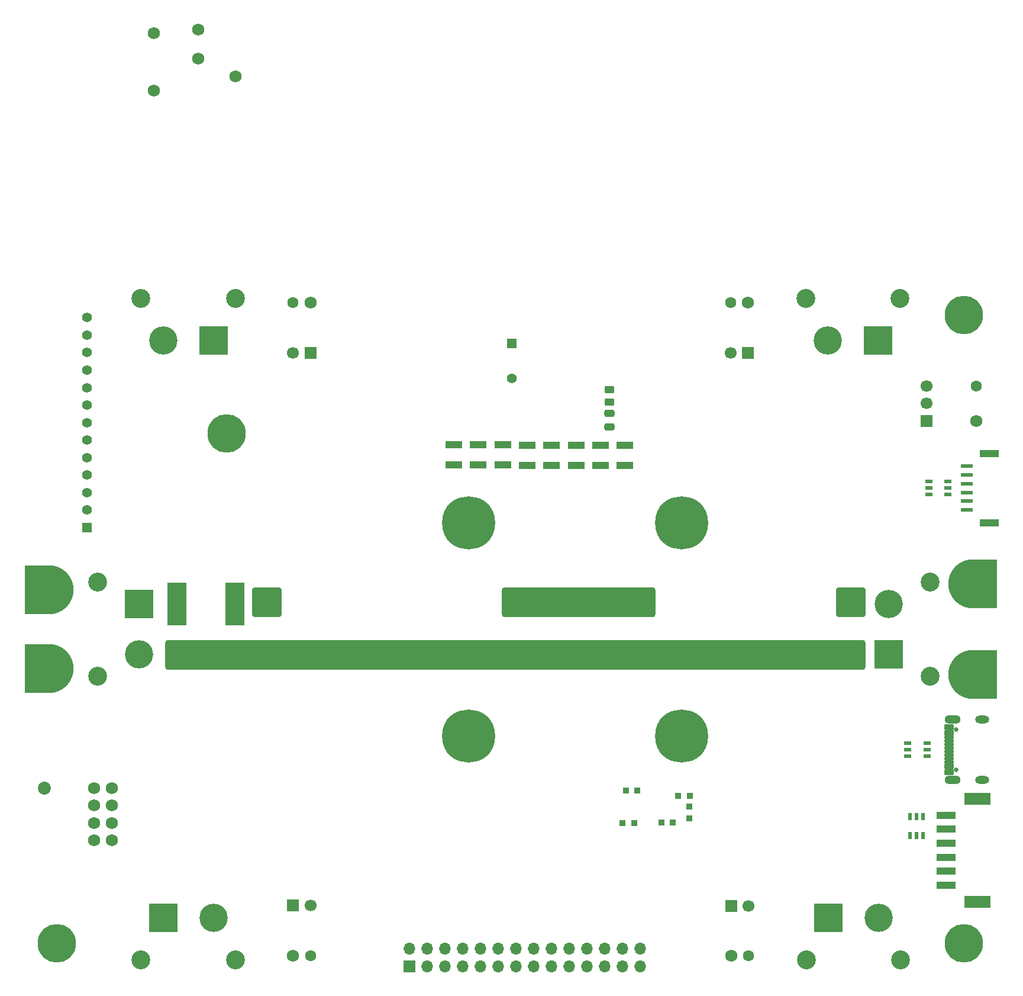
<source format=gbr>
%TF.GenerationSoftware,KiCad,Pcbnew,7.0.10*%
%TF.CreationDate,2025-04-22T22:54:08-04:00*%
%TF.ProjectId,bms-board,626d732d-626f-4617-9264-2e6b69636164,rev?*%
%TF.SameCoordinates,Original*%
%TF.FileFunction,Soldermask,Bot*%
%TF.FilePolarity,Negative*%
%FSLAX46Y46*%
G04 Gerber Fmt 4.6, Leading zero omitted, Abs format (unit mm)*
G04 Created by KiCad (PCBNEW 7.0.10) date 2025-04-22 22:54:08*
%MOMM*%
%LPD*%
G01*
G04 APERTURE LIST*
G04 Aperture macros list*
%AMRoundRect*
0 Rectangle with rounded corners*
0 $1 Rounding radius*
0 $2 $3 $4 $5 $6 $7 $8 $9 X,Y pos of 4 corners*
0 Add a 4 corners polygon primitive as box body*
4,1,4,$2,$3,$4,$5,$6,$7,$8,$9,$2,$3,0*
0 Add four circle primitives for the rounded corners*
1,1,$1+$1,$2,$3*
1,1,$1+$1,$4,$5*
1,1,$1+$1,$6,$7*
1,1,$1+$1,$8,$9*
0 Add four rect primitives between the rounded corners*
20,1,$1+$1,$2,$3,$4,$5,0*
20,1,$1+$1,$4,$5,$6,$7,0*
20,1,$1+$1,$6,$7,$8,$9,0*
20,1,$1+$1,$8,$9,$2,$3,0*%
%AMFreePoly0*
4,1,34,-3.500000,0.000000,-3.488454,0.284056,-3.437293,0.659559,-3.345832,1.027329,-3.215145,1.383055,-3.046763,1.722566,-2.842661,2.041881,-2.605231,2.337257,-2.337257,2.605231,-2.041881,2.842661,-1.722566,3.046763,-1.383055,3.215145,-1.027329,3.345832,-0.659559,3.437293,-0.284056,3.488454,0.000000,3.500000,0.284056,3.488454,0.659559,3.437293,1.027329,3.345832,1.383055,3.215145,
1.722566,3.046763,2.041881,2.842661,2.337257,2.605231,2.605231,2.337257,2.842661,2.041881,3.046763,1.722566,3.215145,1.383055,3.345832,1.027329,3.437293,0.659559,3.488454,0.284056,3.500000,0.000000,3.500000,-3.500000,-3.500000,-3.500000,-3.500000,0.000000,-3.500000,0.000000,$1*%
G04 Aperture macros list end*
%ADD10C,5.500000*%
%ADD11C,1.734000*%
%ADD12R,1.700000X1.700000*%
%ADD13O,1.700000X1.700000*%
%ADD14C,4.400000*%
%ADD15C,7.604000*%
%ADD16R,2.489200X1.066800*%
%ADD17C,0.800000*%
%ADD18FreePoly0,270.000000*%
%ADD19R,4.050000X4.050000*%
%ADD20C,4.050000*%
%ADD21C,2.700000*%
%ADD22R,1.400000X1.400000*%
%ADD23C,1.400000*%
%ADD24R,0.863600X0.889000*%
%ADD25RoundRect,0.500000X49.650000X1.650000X-49.650000X1.650000X-49.650000X-1.650000X49.650000X-1.650000X0*%
%ADD26R,0.558800X0.977900*%
%ADD27C,1.600000*%
%ADD28C,1.750000*%
%ADD29C,1.700000*%
%ADD30RoundRect,0.102000X-0.600000X0.600000X-0.600000X-0.600000X0.600000X-0.600000X0.600000X0.600000X0*%
%ADD31C,1.404000*%
%ADD32R,1.700000X0.600000*%
%ADD33R,2.700000X1.000000*%
%ADD34C,1.854200*%
%ADD35C,1.752600*%
%ADD36R,0.889000X0.863600*%
%ADD37R,3.800000X1.800000*%
%ADD38R,0.977900X0.558800*%
%ADD39RoundRect,0.250000X-0.450000X0.262500X-0.450000X-0.262500X0.450000X-0.262500X0.450000X0.262500X0*%
%ADD40C,0.650000*%
%ADD41RoundRect,0.102000X-0.570000X0.300000X-0.570000X-0.300000X0.570000X-0.300000X0.570000X0.300000X0*%
%ADD42RoundRect,0.102000X-0.570000X0.150000X-0.570000X-0.150000X0.570000X-0.150000X0.570000X0.150000X0*%
%ADD43O,2.304000X1.254000*%
%ADD44O,2.004000X1.104000*%
%ADD45RoundRect,0.250000X-0.475000X0.250000X-0.475000X-0.250000X0.475000X-0.250000X0.475000X0.250000X0*%
%ADD46FreePoly0,90.000000*%
%ADD47RoundRect,0.500000X1.650000X1.650000X-1.650000X1.650000X-1.650000X-1.650000X1.650000X-1.650000X0*%
%ADD48RoundRect,0.500000X10.525000X1.650000X-10.525000X1.650000X-10.525000X-1.650000X10.525000X-1.650000X0*%
%ADD49R,2.700000X6.200000*%
G04 APERTURE END LIST*
D10*
%TO.C,H4*%
X164900000Y-124900000D03*
%TD*%
D11*
%TO.C,TP17*%
X60700000Y-980000D03*
%TD*%
D12*
%TO.C,J4*%
X85560000Y-128200000D03*
D13*
X85560000Y-125660000D03*
X88100000Y-128200000D03*
X88100000Y-125660000D03*
X90640000Y-128200000D03*
X90640000Y-125660000D03*
X93180000Y-128200000D03*
X93180000Y-125660000D03*
X95720000Y-128200000D03*
X95720000Y-125660000D03*
X98260000Y-128200000D03*
X98260000Y-125660000D03*
X100800000Y-128200000D03*
X100800000Y-125660000D03*
X103340000Y-128200000D03*
X103340000Y-125660000D03*
X105880000Y-128200000D03*
X105880000Y-125660000D03*
X108420000Y-128200000D03*
X108420000Y-125660000D03*
X110960000Y-128200000D03*
X110960000Y-125660000D03*
X113500000Y-128200000D03*
X113500000Y-125660000D03*
X116040000Y-128200000D03*
X116040000Y-125660000D03*
X118580000Y-128200000D03*
X118580000Y-125660000D03*
%TD*%
D11*
%TO.C,TP5*%
X55300000Y5700000D03*
%TD*%
D10*
%TO.C,H1*%
X59400000Y-52000000D03*
%TD*%
%TO.C,H2*%
X164900000Y-35100000D03*
%TD*%
%TO.C,H3*%
X35100000Y-124900000D03*
%TD*%
D11*
%TO.C,TP6*%
X49010000Y-2948700D03*
%TD*%
%TO.C,TP7*%
X49010000Y5231300D03*
%TD*%
%TO.C,TP2*%
X55300000Y1610000D03*
%TD*%
D14*
%TO.C,MP3*%
X94000000Y-95300000D03*
D15*
X94000000Y-95300000D03*
%TD*%
D16*
%TO.C,C53*%
X102400000Y-53700000D03*
X102400000Y-56544800D03*
%TD*%
%TO.C,C50*%
X95400000Y-53650400D03*
X95400000Y-56495200D03*
%TD*%
D17*
%TO.C,J6*%
X34000000Y-71600000D03*
X32600000Y-71600000D03*
X31200000Y-71600000D03*
X35400000Y-72300000D03*
X34000000Y-73000000D03*
X32600000Y-73000000D03*
X31200000Y-73000000D03*
X36800000Y-73700000D03*
X35400000Y-73700000D03*
X34000000Y-74400000D03*
D18*
X33950000Y-74400000D03*
D17*
X32600000Y-74400000D03*
X31200000Y-74400000D03*
X36800000Y-75100000D03*
X35400000Y-75100000D03*
X34000000Y-75800000D03*
X32600000Y-75800000D03*
X31200000Y-75800000D03*
D19*
X46900000Y-76400000D03*
D17*
X35400000Y-76500000D03*
X34000000Y-77200000D03*
X32600000Y-77200000D03*
X31200000Y-77200000D03*
X34000000Y-82800000D03*
X32600000Y-82800000D03*
X31200000Y-82800000D03*
X35400000Y-83500000D03*
D20*
X46900000Y-83600000D03*
D17*
X34000000Y-84200000D03*
X32600000Y-84200000D03*
X31200000Y-84200000D03*
X36800000Y-84900000D03*
X35400000Y-84900000D03*
X34000000Y-85600000D03*
D18*
X33950000Y-85600000D03*
D17*
X32600000Y-85600000D03*
X31200000Y-85600000D03*
X36800000Y-86300000D03*
X35400000Y-86300000D03*
X34000000Y-87000000D03*
X32600000Y-87000000D03*
X31200000Y-87000000D03*
X35400000Y-87700000D03*
X34000000Y-88400000D03*
X32600000Y-88400000D03*
X31200000Y-88400000D03*
D21*
X40900000Y-86750000D03*
X40900000Y-73250000D03*
%TD*%
D16*
%TO.C,C57*%
X116400000Y-53700000D03*
X116400000Y-56544800D03*
%TD*%
D19*
%TO.C,J9*%
X145500000Y-121257500D03*
D20*
X152700000Y-121257500D03*
D21*
X142350000Y-127257500D03*
X155850000Y-127257500D03*
%TD*%
D22*
%TO.C,J1*%
X39400000Y-65447762D03*
D23*
X39400000Y-62947762D03*
X39400000Y-60447762D03*
X39400000Y-57947762D03*
X39400000Y-55447762D03*
X39400000Y-52947762D03*
X39400000Y-50447762D03*
X39400000Y-47947762D03*
X39400000Y-45447762D03*
X39400000Y-42947762D03*
X39400000Y-40447762D03*
X39400000Y-37947762D03*
X39400000Y-35447762D03*
%TD*%
D16*
%TO.C,C55*%
X109400000Y-53700000D03*
X109400000Y-56544800D03*
%TD*%
D24*
%TO.C,C69*%
X124000000Y-103800000D03*
X125651000Y-103800000D03*
%TD*%
D25*
%TO.C,BB1*%
X100750000Y-83650000D03*
%TD*%
D14*
%TO.C,MP4*%
X124500000Y-95300000D03*
D15*
X124500000Y-95300000D03*
%TD*%
D26*
%TO.C,CR2*%
X159050001Y-109505250D03*
X158100000Y-109505250D03*
X157149999Y-109505250D03*
X157149999Y-106774750D03*
X158100000Y-106774750D03*
X159050001Y-106774750D03*
%TD*%
D16*
%TO.C,C51*%
X98900000Y-53655200D03*
X98900000Y-56500000D03*
%TD*%
D27*
%TO.C,J10*%
X166700000Y-45200000D03*
D28*
X166700000Y-50200000D03*
D12*
X159520000Y-50200000D03*
D29*
X159520000Y-47700000D03*
X159520000Y-45200000D03*
%TD*%
D30*
%TO.C,C28*%
X100200000Y-39108400D03*
D31*
X100200000Y-44108400D03*
%TD*%
D16*
%TO.C,C56*%
X112900000Y-53700000D03*
X112900000Y-56544800D03*
%TD*%
D32*
%TO.C,J17*%
X165300000Y-56700000D03*
X165300000Y-57950000D03*
X165300000Y-59200000D03*
X165300000Y-60450000D03*
X165300000Y-61700000D03*
X165300000Y-62950000D03*
D33*
X168500000Y-54850000D03*
X168500000Y-64800000D03*
%TD*%
D24*
%TO.C,C66*%
X123251000Y-107600000D03*
X121600000Y-107600000D03*
%TD*%
D34*
%TO.C,J2*%
X33278097Y-102683400D03*
D35*
X42958098Y-102683400D03*
X42958098Y-105183400D03*
X42958098Y-107683400D03*
X42958098Y-110183400D03*
X40458098Y-102683400D03*
X40458098Y-105183400D03*
X40458098Y-107683400D03*
X40458098Y-110183400D03*
%TD*%
D27*
%TO.C,J15*%
X71400000Y-126700000D03*
D28*
X68900000Y-126700000D03*
D12*
X68900000Y-119520000D03*
D29*
X71400000Y-119520000D03*
%TD*%
D16*
%TO.C,C54*%
X105900000Y-53700000D03*
X105900000Y-56544800D03*
%TD*%
D14*
%TO.C,MP2*%
X124500000Y-64800000D03*
D15*
X124500000Y-64800000D03*
%TD*%
D36*
%TO.C,C70*%
X125600000Y-105349000D03*
X125600000Y-107000000D03*
%TD*%
D27*
%TO.C,J13*%
X68900000Y-33300000D03*
D28*
X71400000Y-33300000D03*
D12*
X71400000Y-40480000D03*
D29*
X68900000Y-40480000D03*
%TD*%
D33*
%TO.C,J12*%
X162350000Y-106590000D03*
X162350000Y-108590000D03*
X162350000Y-110590000D03*
X162350000Y-112590000D03*
X162350000Y-114590000D03*
X162350000Y-116590000D03*
D37*
X166800000Y-104240000D03*
X166800000Y-118940000D03*
%TD*%
D38*
%TO.C,CR3*%
X162600000Y-58863498D03*
X162600000Y-59813499D03*
X162600000Y-60763500D03*
X159869500Y-60763500D03*
X159869500Y-59813499D03*
X159869500Y-58863498D03*
%TD*%
%TO.C,CR1*%
X159610000Y-96289999D03*
X159610000Y-97240000D03*
X159610000Y-98190001D03*
X156879500Y-98190001D03*
X156879500Y-97240000D03*
X156879500Y-96289999D03*
%TD*%
D14*
%TO.C,MP1*%
X94000000Y-64800000D03*
D15*
X94000000Y-64800000D03*
%TD*%
D39*
%TO.C,R109*%
X114200000Y-45720800D03*
X114200000Y-47545800D03*
%TD*%
D16*
%TO.C,C49*%
X91900000Y-53650400D03*
X91900000Y-56495200D03*
%TD*%
D40*
%TO.C,J3*%
X163820000Y-94330000D03*
X163820000Y-100110000D03*
D41*
X162750000Y-94020000D03*
X162750000Y-94820000D03*
D42*
X162750000Y-95970000D03*
X162750000Y-96970000D03*
X162750000Y-97470000D03*
X162750000Y-98470000D03*
D41*
X162750000Y-100420000D03*
X162750000Y-99620000D03*
D42*
X162750000Y-98970000D03*
X162750000Y-97970000D03*
X162750000Y-96470000D03*
X162750000Y-95470000D03*
D43*
X163320000Y-92900000D03*
X163320000Y-101540000D03*
D44*
X167500000Y-92900000D03*
X167500000Y-101540000D03*
%TD*%
D19*
%TO.C,J7*%
X152600000Y-38720000D03*
D20*
X145400000Y-38720000D03*
D21*
X155750000Y-32720000D03*
X142250000Y-32720000D03*
%TD*%
D19*
%TO.C,J5*%
X57500000Y-38700000D03*
D20*
X50300000Y-38700000D03*
D21*
X60650000Y-32700000D03*
X47150000Y-32700000D03*
%TD*%
D24*
%TO.C,C71*%
X117700000Y-107700000D03*
X116049000Y-107700000D03*
%TD*%
D27*
%TO.C,J16*%
X134100000Y-126720000D03*
D28*
X131600000Y-126720000D03*
D12*
X131600000Y-119540000D03*
D29*
X134100000Y-119540000D03*
%TD*%
D45*
%TO.C,C42*%
X114200000Y-49145800D03*
X114200000Y-51045800D03*
%TD*%
D27*
%TO.C,J14*%
X131500000Y-33320000D03*
D28*
X134000000Y-33320000D03*
D12*
X134000000Y-40500000D03*
D29*
X131500000Y-40500000D03*
%TD*%
D17*
%TO.C,J11*%
X166100000Y-89300000D03*
X167500000Y-89300000D03*
X168900000Y-89300000D03*
X164700000Y-88600000D03*
X166100000Y-87900000D03*
X167500000Y-87900000D03*
X168900000Y-87900000D03*
X163300000Y-87200000D03*
X164700000Y-87200000D03*
X166100000Y-86500000D03*
D46*
X166150000Y-86500000D03*
D17*
X167500000Y-86500000D03*
X168900000Y-86500000D03*
X163300000Y-85800000D03*
X164700000Y-85800000D03*
X166100000Y-85100000D03*
X167500000Y-85100000D03*
X168900000Y-85100000D03*
X164700000Y-84400000D03*
X166100000Y-83700000D03*
X167500000Y-83700000D03*
X168900000Y-83700000D03*
D19*
X154100000Y-83600000D03*
D20*
X154100000Y-76400000D03*
D17*
X166100000Y-76300000D03*
X167500000Y-76300000D03*
X168900000Y-76300000D03*
X164700000Y-75600000D03*
X166100000Y-74900000D03*
X167500000Y-74900000D03*
X168900000Y-74900000D03*
X163300000Y-74200000D03*
X164700000Y-74200000D03*
X166100000Y-73500000D03*
D46*
X166150000Y-73500000D03*
D17*
X167500000Y-73500000D03*
X168900000Y-73500000D03*
X163300000Y-72800000D03*
X164700000Y-72800000D03*
X166100000Y-72100000D03*
X167500000Y-72100000D03*
X168900000Y-72100000D03*
X164700000Y-71400000D03*
X166100000Y-70700000D03*
X167500000Y-70700000D03*
X168900000Y-70700000D03*
D21*
X160100000Y-86750000D03*
X160100000Y-73250000D03*
%TD*%
D47*
%TO.C,BB2*%
X148700000Y-76150000D03*
D48*
X109800000Y-76150000D03*
D47*
X65180000Y-76160000D03*
%TD*%
D49*
%TO.C,R92*%
X52300000Y-76400000D03*
X60600000Y-76400000D03*
%TD*%
D24*
%TO.C,C68*%
X118168198Y-103100000D03*
X116517198Y-103100000D03*
%TD*%
D19*
%TO.C,J8*%
X50300000Y-121300000D03*
D20*
X57500000Y-121300000D03*
D21*
X47150000Y-127300000D03*
X60650000Y-127300000D03*
%TD*%
M02*

</source>
